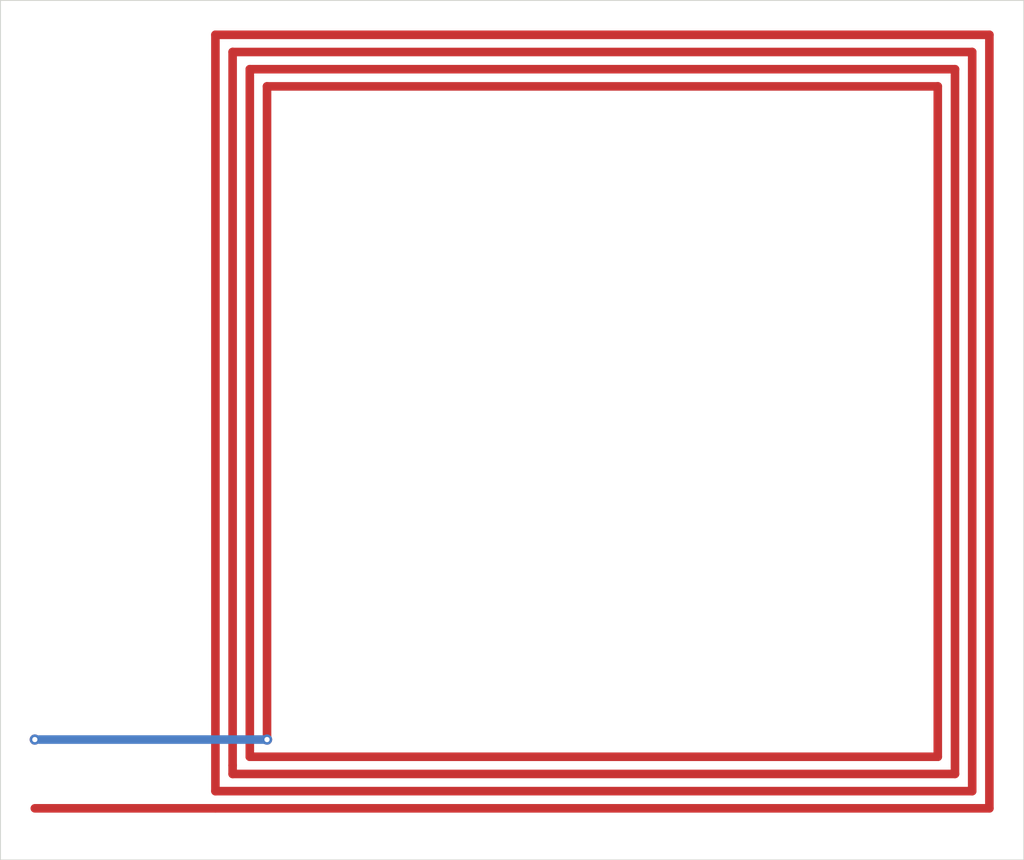
<source format=kicad_pcb>
(kicad_pcb
	(version 20240108)
	(generator "pcbnew")
	(generator_version "8.0")
	(general
		(thickness 1.59)
		(legacy_teardrops no)
	)
	(paper "A4")
	(layers
		(0 "F.Cu" signal)
		(31 "B.Cu" signal)
		(32 "B.Adhes" user "B.Adhesive")
		(33 "F.Adhes" user "F.Adhesive")
		(34 "B.Paste" user)
		(35 "F.Paste" user)
		(36 "B.SilkS" user "B.Silkscreen")
		(37 "F.SilkS" user "F.Silkscreen")
		(38 "B.Mask" user)
		(39 "F.Mask" user)
		(40 "Dwgs.User" user "User.Drawings")
		(41 "Cmts.User" user "User.Comments")
		(42 "Eco1.User" user "User.Eco1")
		(43 "Eco2.User" user "User.Eco2")
		(44 "Edge.Cuts" user)
		(45 "Margin" user)
		(46 "B.CrtYd" user "B.Courtyard")
		(47 "F.CrtYd" user "F.Courtyard")
		(48 "B.Fab" user)
		(49 "F.Fab" user)
		(50 "User.1" user)
		(51 "User.2" user)
		(52 "User.3" user)
		(53 "User.4" user)
		(54 "User.5" user)
		(55 "User.6" user)
		(56 "User.7" user)
		(57 "User.8" user)
		(58 "User.9" user)
	)
	(setup
		(stackup
			(layer "F.SilkS"
				(type "Top Silk Screen")
			)
			(layer "F.Paste"
				(type "Top Solder Paste")
			)
			(layer "F.Mask"
				(type "Top Solder Mask")
				(thickness 0.01)
			)
			(layer "F.Cu"
				(type "copper")
				(thickness 0.035)
			)
			(layer "dielectric 1"
				(type "core")
				(thickness 1.5 locked)
				(material "FR4")
				(epsilon_r 4.5)
				(loss_tangent 0.02)
			)
			(layer "B.Cu"
				(type "copper")
				(thickness 0.035)
			)
			(layer "B.Mask"
				(type "Bottom Solder Mask")
				(thickness 0.01)
			)
			(layer "B.Paste"
				(type "Bottom Solder Paste")
			)
			(layer "B.SilkS"
				(type "Bottom Silk Screen")
			)
			(copper_finish "None")
			(dielectric_constraints no)
		)
		(pad_to_mask_clearance 0)
		(allow_soldermask_bridges_in_footprints no)
		(pcbplotparams
			(layerselection 0x00010fc_ffffffff)
			(plot_on_all_layers_selection 0x0000000_00000000)
			(disableapertmacros no)
			(usegerberextensions no)
			(usegerberattributes yes)
			(usegerberadvancedattributes yes)
			(creategerberjobfile yes)
			(dashed_line_dash_ratio 12.000000)
			(dashed_line_gap_ratio 3.000000)
			(svgprecision 4)
			(plotframeref no)
			(viasonmask no)
			(mode 1)
			(useauxorigin no)
			(hpglpennumber 1)
			(hpglpenspeed 20)
			(hpglpendiameter 15.000000)
			(pdf_front_fp_property_popups yes)
			(pdf_back_fp_property_popups yes)
			(dxfpolygonmode yes)
			(dxfimperialunits yes)
			(dxfusepcbnewfont yes)
			(psnegative no)
			(psa4output no)
			(plotreference yes)
			(plotvalue yes)
			(plotfptext yes)
			(plotinvisibletext no)
			(sketchpadsonfab no)
			(subtractmaskfromsilk no)
			(outputformat 1)
			(mirror no)
			(drillshape 1)
			(scaleselection 1)
			(outputdirectory "")
		)
	)
	(net 0 "")
	(gr_rect
		(start 87.5 53)
		(end 147 103)
		(stroke
			(width 0.05)
			(type solid)
		)
		(fill none)
		(layer "Edge.Cuts")
		(uuid "97cf5a33-6174-4410-b854-0001f6239a90")
	)
	(segment
		(start 142 97)
		(end 142 58)
		(width 0.5)
		(layer "F.Cu")
		(net 0)
		(uuid "02209582-f7fc-4c31-aed1-fae9597b36aa")
	)
	(segment
		(start 145 55)
		(end 100 55)
		(width 0.5)
		(layer "F.Cu")
		(net 0)
		(uuid "085b5364-a558-4c11-b8b6-5f795f2a36e6")
	)
	(segment
		(start 101 98)
		(end 143 98)
		(width 0.5)
		(layer "F.Cu")
		(net 0)
		(uuid "16cd58c1-8052-49bc-a0db-1089550272f8")
	)
	(segment
		(start 102 97)
		(end 142 97)
		(width 0.5)
		(layer "F.Cu")
		(net 0)
		(uuid "22e5a414-3dda-4e39-89aa-bc66ae4fc005")
	)
	(segment
		(start 101 97.5)
		(end 101 98)
		(width 0.5)
		(layer "F.Cu")
		(net 0)
		(uuid "28786314-0049-460c-849b-75832904df5e")
	)
	(segment
		(start 144 99)
		(end 144 56)
		(width 0.5)
		(layer "F.Cu")
		(net 0)
		(uuid "3a141fd9-1f86-4883-87ab-16d32b14988e")
	)
	(segment
		(start 102 57)
		(end 102 97)
		(width 0.5)
		(layer "F.Cu")
		(net 0)
		(uuid "485e6f3b-227f-493a-8884-f06ba6e42a2e")
	)
	(segment
		(start 145 100)
		(end 145 55)
		(width 0.5)
		(layer "F.Cu")
		(net 0)
		(uuid "5d9d7c8c-3a3f-46e3-89e7-3b2a1888dd7d")
	)
	(segment
		(start 101 56)
		(end 101 97.5)
		(width 0.5)
		(layer "F.Cu")
		(net 0)
		(uuid "785898ad-4114-46db-b293-a7c3fd612b0c")
	)
	(segment
		(start 100 55)
		(end 100 99)
		(width 0.5)
		(layer "F.Cu")
		(net 0)
		(uuid "797aabee-3a92-41f0-8f81-f48be27c8429")
	)
	(segment
		(start 143 57)
		(end 102 57)
		(width 0.5)
		(layer "F.Cu")
		(net 0)
		(uuid "97a4af91-e68b-4b0d-90dd-6747bfbb2b11")
	)
	(segment
		(start 144 56)
		(end 101 56)
		(width 0.5)
		(layer "F.Cu")
		(net 0)
		(uuid "a2f6ad67-daf0-4b6c-805e-e34915dd786c")
	)
	(segment
		(start 142 58)
		(end 103 58)
		(width 0.5)
		(layer "F.Cu")
		(net 0)
		(uuid "bd48f70c-9738-4033-a1ee-494177539076")
	)
	(segment
		(start 143 98)
		(end 143 57)
		(width 0.5)
		(layer "F.Cu")
		(net 0)
		(uuid "c09709de-2ad9-415a-99a6-4be64aafdb1c")
	)
	(segment
		(start 100 100)
		(end 145 100)
		(width 0.5)
		(layer "F.Cu")
		(net 0)
		(uuid "ca27baa6-b38a-46e0-b05c-3abc2f6f04dc")
	)
	(segment
		(start 103 58)
		(end 103 96)
		(width 0.5)
		(layer "F.Cu")
		(net 0)
		(uuid "dafe8a62-6865-47bb-b97e-75b97e5b7c96")
	)
	(segment
		(start 100 99)
		(end 144 99)
		(width 0.5)
		(layer "F.Cu")
		(net 0)
		(uuid "e13982b0-38c4-4086-9081-020fec8a0c61")
	)
	(segment
		(start 100 100)
		(end 89.5 100)
		(width 0.5)
		(layer "F.Cu")
		(net 0)
		(uuid "e630bcae-f964-4a30-8ff2-ca64fcc67058")
	)
	(via
		(at 103 96)
		(size 0.6)
		(drill 0.3)
		(layers "F.Cu" "B.Cu")
		(net 0)
		(uuid "0c3e26b3-c3e4-4ec8-8f73-97e7b2ff0001")
	)
	(via
		(at 89.5 96)
		(size 0.6)
		(drill 0.3)
		(layers "F.Cu" "B.Cu")
		(net 0)
		(uuid "d7934a90-97da-4be3-8c78-a40362ee0512")
	)
	(segment
		(start 103 96)
		(end 89.75 96)
		(width 0.5)
		(layer "B.Cu")
		(net 0)
		(uuid "49dc2080-acb6-4444-80bd-0169d466b839")
	)
)

</source>
